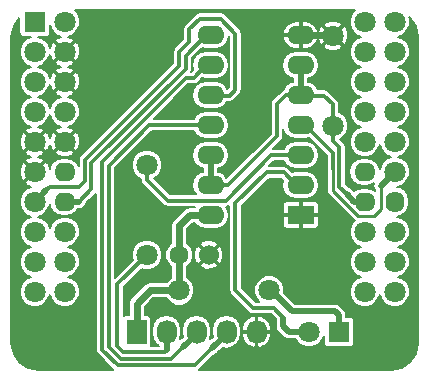
<source format=gbl>
G04 #@! TF.FileFunction,Copper,L2,Bot,Signal*
%FSLAX46Y46*%
G04 Gerber Fmt 4.6, Leading zero omitted, Abs format (unit mm)*
G04 Created by KiCad (PCBNEW (2015-08-16 BZR 6096)-product) date 16/08/2015 20:52:47*
%MOMM*%
G01*
G04 APERTURE LIST*
%ADD10C,0.200000*%
%ADD11O,1.727200X2.032000*%
%ADD12R,1.727200X2.032000*%
%ADD13R,1.800000X1.800000*%
%ADD14C,1.800000*%
%ADD15O,1.800000X1.600000*%
%ADD16O,1.600000X1.800000*%
%ADD17R,2.286000X1.574800*%
%ADD18O,2.286000X1.574800*%
%ADD19C,1.600000*%
%ADD20C,1.700000*%
%ADD21C,0.600000*%
%ADD22C,0.500000*%
%ADD23C,0.300000*%
%ADD24C,0.250000*%
%ADD25C,0.350000*%
%ADD26C,0.400000*%
G04 APERTURE END LIST*
D10*
D11*
X183790000Y-135500000D03*
X181250000Y-135500000D03*
X178710000Y-135500000D03*
X176170000Y-135500000D03*
D12*
X173630000Y-135500000D03*
D13*
X165000000Y-109250000D03*
D14*
X167540000Y-109250000D03*
X165000000Y-111790000D03*
X167540000Y-111790000D03*
X165000000Y-114330000D03*
X167540000Y-114330000D03*
X165000000Y-116870000D03*
X167540000Y-116870000D03*
X165000000Y-119410000D03*
X167540000Y-119410000D03*
X165000000Y-121950000D03*
D15*
X167540000Y-121950000D03*
D14*
X165000000Y-124490000D03*
D15*
X167540000Y-124490000D03*
D14*
X165000000Y-127030000D03*
X167540000Y-127030000D03*
X165000000Y-129570000D03*
X167540000Y-129570000D03*
X165000000Y-132110000D03*
X167540000Y-132110000D03*
X195480000Y-132110000D03*
X192940000Y-132110000D03*
X195480000Y-129570000D03*
X192940000Y-129570000D03*
X195480000Y-127030000D03*
X192940000Y-127030000D03*
D16*
X195480000Y-124490000D03*
D15*
X192940000Y-124490000D03*
D14*
X195480000Y-121950000D03*
D15*
X192940000Y-121950000D03*
D14*
X195480000Y-119410000D03*
X192940000Y-119410000D03*
X195480000Y-116870000D03*
X192940000Y-116870000D03*
X195480000Y-114330000D03*
X192940000Y-114330000D03*
X195480000Y-111790000D03*
X192940000Y-111790000D03*
X195480000Y-109250000D03*
X192940000Y-109250000D03*
D17*
X187521746Y-125636521D03*
D18*
X187521746Y-123096521D03*
X187521746Y-120556521D03*
X187521746Y-118016521D03*
X187521746Y-115476521D03*
X187521746Y-112936521D03*
X187521746Y-110396521D03*
X179901746Y-110396521D03*
X179901746Y-112936521D03*
X179901746Y-115476521D03*
X179901746Y-118016521D03*
X179901746Y-120556521D03*
X179901746Y-123096521D03*
X179901746Y-125636521D03*
D13*
X190770000Y-135500000D03*
D14*
X188230000Y-135500000D03*
D19*
X177250000Y-129000000D03*
D20*
X179750000Y-129000000D03*
D14*
X174500000Y-121380000D03*
X174500000Y-129000000D03*
X177250000Y-132000000D03*
X184870000Y-132000000D03*
X190250000Y-118060000D03*
X190250000Y-110440000D03*
D21*
X174750000Y-132000000D02*
X173630000Y-133120000D01*
X173630000Y-133120000D02*
X173630000Y-135500000D01*
X177250000Y-132000000D02*
X174750000Y-132000000D01*
X177250000Y-126500000D02*
X178113479Y-125636521D01*
X178113479Y-125636521D02*
X179901746Y-125636521D01*
X177250000Y-129000000D02*
X177250000Y-126500000D01*
X177250000Y-129000000D02*
X177250000Y-132000000D01*
D22*
X179901744Y-125636521D02*
X179546145Y-125636520D01*
X179961744Y-125696521D02*
X179901744Y-125636521D01*
D21*
X187521746Y-110396521D02*
X190206521Y-110396521D01*
X190206521Y-110396521D02*
X190250000Y-110440000D01*
D22*
X187166146Y-110396521D02*
X187521745Y-110396522D01*
X184870000Y-132000000D02*
X185000000Y-132000000D01*
X185000000Y-132000000D02*
X186750000Y-133750000D01*
X186750000Y-133750000D02*
X190420000Y-133750000D01*
X190420000Y-133750000D02*
X190770000Y-134100000D01*
X190770000Y-134100000D02*
X190770000Y-135500000D01*
D21*
X184870000Y-132000000D02*
X184520000Y-132000000D01*
D22*
X188230000Y-135500000D02*
X186500000Y-135500000D01*
X186500000Y-135500000D02*
X186050010Y-135050010D01*
X186050010Y-135050010D02*
X186050010Y-134300010D01*
D23*
X187166146Y-123096521D02*
X187521746Y-123096521D01*
X186050010Y-134300010D02*
X185250000Y-133500000D01*
X185250000Y-133500000D02*
X183520000Y-133500000D01*
X183520000Y-133500000D02*
X182000000Y-131980000D01*
X182000000Y-131980000D02*
X182000000Y-124639998D01*
X182000000Y-124639998D02*
X184630877Y-122009121D01*
X184630877Y-122009121D02*
X186078746Y-122009121D01*
X186078746Y-122009121D02*
X187166146Y-123096521D01*
D22*
X176170000Y-135500000D02*
X176170000Y-137080000D01*
D23*
X176170000Y-137080000D02*
X176000000Y-137250000D01*
X176000000Y-137250000D02*
X172500000Y-137250000D01*
X172500000Y-137250000D02*
X172000000Y-136750000D01*
X172000000Y-136750000D02*
X172000000Y-131500000D01*
X172000000Y-131500000D02*
X174500000Y-129000000D01*
X176562390Y-137800010D02*
X177591536Y-136770864D01*
D22*
X178710000Y-135652400D02*
X177591536Y-136770864D01*
X178710000Y-135500000D02*
X178710000Y-135652400D01*
D23*
X172272179Y-137800010D02*
X176562390Y-137800010D01*
X171250000Y-136777831D02*
X172272179Y-137800010D01*
X174689477Y-118016521D02*
X171250000Y-121455998D01*
X179901746Y-118016521D02*
X174689477Y-118016521D01*
X171250000Y-121455998D02*
X171250000Y-136777831D01*
X178552380Y-138350020D02*
X180013192Y-136889208D01*
D22*
X181250000Y-135500000D02*
X181250000Y-135652400D01*
X181250000Y-135652400D02*
X180013192Y-136889208D01*
D23*
X172044358Y-138350020D02*
X178552380Y-138350020D01*
X178458746Y-114023921D02*
X177781739Y-114023921D01*
X179546146Y-112936521D02*
X178458746Y-114023921D01*
X179901746Y-112936521D02*
X179546146Y-112936521D01*
X170699990Y-121105670D02*
X170699990Y-137005652D01*
X170699990Y-137005652D02*
X172044358Y-138350020D01*
X177781739Y-114023921D02*
X170699990Y-121105670D01*
D22*
X195480000Y-121950000D02*
X194304990Y-123125010D01*
D24*
X190250000Y-121690000D02*
X190250000Y-123561715D01*
X190250000Y-123561715D02*
X192353295Y-125665010D01*
X192353295Y-125665010D02*
X193734990Y-125665010D01*
X193734990Y-125665010D02*
X194304990Y-125095010D01*
X194304990Y-125095010D02*
X194304990Y-123125010D01*
D23*
X187521746Y-118016521D02*
X187877346Y-118016521D01*
X187877346Y-118016521D02*
X190250000Y-120389175D01*
X190250000Y-120389175D02*
X190250000Y-120417208D01*
X190250000Y-120417208D02*
X190250000Y-121690000D01*
X190250000Y-118060000D02*
X190250000Y-119332792D01*
X190250000Y-119332792D02*
X190800010Y-119882802D01*
X190800010Y-119882802D02*
X190800010Y-123227829D01*
X190800010Y-123227829D02*
X191425712Y-123853531D01*
D22*
X192940000Y-124490000D02*
X192062181Y-124490000D01*
X192062181Y-124490000D02*
X191425712Y-123853531D01*
D23*
X179901746Y-123096521D02*
X181344746Y-123096521D01*
X181344746Y-123096521D02*
X185500000Y-118941267D01*
X185500000Y-118941267D02*
X185500000Y-116250000D01*
X185500000Y-116250000D02*
X186273479Y-115476521D01*
X186273479Y-115476521D02*
X187521746Y-115476521D01*
X179901746Y-120556521D02*
X180257346Y-120556521D01*
X180257346Y-120556521D02*
X180313867Y-120500000D01*
X189500000Y-115500000D02*
X190250000Y-116250000D01*
X187900825Y-115500000D02*
X189500000Y-115500000D01*
X190250000Y-116250000D02*
X190250000Y-118060000D01*
D22*
X179941745Y-120516520D02*
X179901744Y-120556520D01*
X187521745Y-115476521D02*
X187521745Y-112936520D01*
X179901744Y-120556520D02*
X179901746Y-123096521D01*
D25*
X179894743Y-122977015D02*
X179894743Y-121195120D01*
D23*
X174500000Y-121380000D02*
X174500000Y-122652792D01*
X174500000Y-122652792D02*
X176247208Y-124400000D01*
X176247208Y-124400000D02*
X181200000Y-124400000D01*
X181200000Y-124400000D02*
X185043479Y-120556521D01*
X185043479Y-120556521D02*
X187521746Y-120556521D01*
D22*
X167540000Y-124490000D02*
X168740000Y-124490000D01*
D23*
X177800010Y-113227821D02*
X169800010Y-121227820D01*
X177800010Y-112142657D02*
X177800010Y-113227821D01*
X179901746Y-110396521D02*
X179546146Y-110396521D01*
X169800010Y-121227820D02*
X169800010Y-123429990D01*
X179546146Y-110396521D02*
X177800010Y-112142657D01*
X169800010Y-123429990D02*
X168740000Y-124490000D01*
D25*
X179546145Y-110396522D02*
X179901744Y-110396520D01*
D23*
X166265000Y-123225000D02*
X165968879Y-123521121D01*
D22*
X165000000Y-124490000D02*
X165968879Y-123521121D01*
D23*
X179901746Y-115476521D02*
X180257346Y-115476521D01*
X180257346Y-115476521D02*
X180280825Y-115500000D01*
X180280825Y-115500000D02*
X181500000Y-115500000D01*
X181500000Y-115500000D02*
X182000000Y-115000000D01*
X182000000Y-115000000D02*
X182000000Y-110250000D01*
X182000000Y-110250000D02*
X180750000Y-109000000D01*
X180750000Y-109000000D02*
X179000000Y-109000000D01*
X179000000Y-109000000D02*
X178096717Y-109903283D01*
X178096717Y-109903283D02*
X178096717Y-110938742D01*
X169250000Y-121000000D02*
X169250000Y-122725000D01*
X169250000Y-122725000D02*
X168750000Y-123225000D01*
X168750000Y-123225000D02*
X166265000Y-123225000D01*
X178096717Y-110938742D02*
X177250000Y-111785459D01*
X177250000Y-111785459D02*
X177250000Y-113000000D01*
X177250000Y-113000000D02*
X169250000Y-121000000D01*
D26*
X180257345Y-115476522D02*
X179901746Y-115476521D01*
D10*
G36*
X196808971Y-108941029D02*
X197286895Y-109656290D01*
X197470000Y-110576821D01*
X197470000Y-136423179D01*
X197286895Y-137343710D01*
X196808971Y-138058971D01*
X196093710Y-138536894D01*
X195173175Y-138720000D01*
X178931934Y-138720000D01*
X180162406Y-137489527D01*
X180254282Y-137471252D01*
X180458669Y-137334685D01*
X180933050Y-136860304D01*
X181250000Y-136923349D01*
X181725905Y-136828686D01*
X182129358Y-136559107D01*
X182398937Y-136155654D01*
X182493600Y-135679749D01*
X182493600Y-135575000D01*
X182546400Y-135575000D01*
X182546400Y-135727400D01*
X182669765Y-136197596D01*
X182963675Y-136584791D01*
X183383386Y-136830038D01*
X183521736Y-136866721D01*
X183715000Y-136798549D01*
X183715000Y-135575000D01*
X183865000Y-135575000D01*
X183865000Y-136798549D01*
X184058264Y-136866721D01*
X184196614Y-136830038D01*
X184616325Y-136584791D01*
X184910235Y-136197596D01*
X185033600Y-135727400D01*
X185033600Y-135575000D01*
X183865000Y-135575000D01*
X183715000Y-135575000D01*
X182546400Y-135575000D01*
X182493600Y-135575000D01*
X182493600Y-135320251D01*
X182484122Y-135272600D01*
X182546400Y-135272600D01*
X182546400Y-135425000D01*
X183715000Y-135425000D01*
X183715000Y-134201451D01*
X183865000Y-134201451D01*
X183865000Y-135425000D01*
X185033600Y-135425000D01*
X185033600Y-135272600D01*
X184910235Y-134802404D01*
X184616325Y-134415209D01*
X184196614Y-134169962D01*
X184058264Y-134133279D01*
X183865000Y-134201451D01*
X183715000Y-134201451D01*
X183521736Y-134133279D01*
X183383386Y-134169962D01*
X182963675Y-134415209D01*
X182669765Y-134802404D01*
X182546400Y-135272600D01*
X182484122Y-135272600D01*
X182398937Y-134844346D01*
X182129358Y-134440893D01*
X181725905Y-134171314D01*
X181250000Y-134076651D01*
X180774095Y-134171314D01*
X180370642Y-134440893D01*
X180101063Y-134844346D01*
X180006400Y-135320251D01*
X180006400Y-135679749D01*
X180060370Y-135951076D01*
X179859718Y-136151728D01*
X179953600Y-135679749D01*
X179953600Y-135320251D01*
X179858937Y-134844346D01*
X179589358Y-134440893D01*
X179185905Y-134171314D01*
X178710000Y-134076651D01*
X178234095Y-134171314D01*
X177830642Y-134440893D01*
X177561063Y-134844346D01*
X177466400Y-135320251D01*
X177466400Y-135679749D01*
X177520370Y-135951076D01*
X177319718Y-136151728D01*
X177413600Y-135679749D01*
X177413600Y-135320251D01*
X177318937Y-134844346D01*
X177049358Y-134440893D01*
X176645905Y-134171314D01*
X176170000Y-134076651D01*
X175694095Y-134171314D01*
X175290642Y-134440893D01*
X175021063Y-134844346D01*
X174926400Y-135320251D01*
X174926400Y-135679749D01*
X175021063Y-136155654D01*
X175290642Y-136559107D01*
X175531435Y-136720000D01*
X174814126Y-136720000D01*
X174850519Y-136666737D01*
X174881044Y-136516000D01*
X174881044Y-134484000D01*
X174854547Y-134343181D01*
X174771323Y-134213847D01*
X174644337Y-134127081D01*
X174493600Y-134096556D01*
X174310000Y-134096556D01*
X174310000Y-133401666D01*
X175031665Y-132680000D01*
X176146008Y-132680000D01*
X176164236Y-132724115D01*
X176523991Y-133084499D01*
X176994275Y-133279778D01*
X177503491Y-133280222D01*
X177974115Y-133085764D01*
X178334499Y-132726009D01*
X178529778Y-132255725D01*
X178530222Y-131746509D01*
X178335764Y-131275885D01*
X177976009Y-130915501D01*
X177930000Y-130896396D01*
X177930000Y-129988504D01*
X178047788Y-129870921D01*
X178985145Y-129870921D01*
X179074856Y-130056853D01*
X179530688Y-130234771D01*
X180019909Y-130224707D01*
X180425144Y-130056853D01*
X180514855Y-129870921D01*
X179750000Y-129106066D01*
X178985145Y-129870921D01*
X178047788Y-129870921D01*
X178249772Y-129669289D01*
X178429795Y-129235746D01*
X178430192Y-128780688D01*
X178515229Y-128780688D01*
X178525293Y-129269909D01*
X178693147Y-129675144D01*
X178879079Y-129764855D01*
X179643934Y-129000000D01*
X179856066Y-129000000D01*
X180620921Y-129764855D01*
X180806853Y-129675144D01*
X180984771Y-129219312D01*
X180974707Y-128730091D01*
X180806853Y-128324856D01*
X180620921Y-128235145D01*
X179856066Y-129000000D01*
X179643934Y-129000000D01*
X178879079Y-128235145D01*
X178693147Y-128324856D01*
X178515229Y-128780688D01*
X178430192Y-128780688D01*
X178430205Y-128766313D01*
X178250939Y-128332457D01*
X178047916Y-128129079D01*
X178985145Y-128129079D01*
X179750000Y-128893934D01*
X180514855Y-128129079D01*
X180425144Y-127943147D01*
X179969312Y-127765229D01*
X179480091Y-127775293D01*
X179074856Y-127943147D01*
X178985145Y-128129079D01*
X178047916Y-128129079D01*
X177930000Y-128010958D01*
X177930000Y-126781666D01*
X178395144Y-126316521D01*
X178593629Y-126316521D01*
X178690833Y-126461997D01*
X179069564Y-126715058D01*
X179516309Y-126803921D01*
X180287183Y-126803921D01*
X180733928Y-126715058D01*
X181112659Y-126461997D01*
X181365720Y-126083266D01*
X181454583Y-125636521D01*
X181365720Y-125189776D01*
X181192143Y-124930000D01*
X181199995Y-124930000D01*
X181200000Y-124930001D01*
X181402822Y-124889656D01*
X181470000Y-124844769D01*
X181470000Y-131979995D01*
X181469999Y-131980000D01*
X181510344Y-132182822D01*
X181625233Y-132354767D01*
X183145231Y-133874764D01*
X183145233Y-133874767D01*
X183317178Y-133989656D01*
X183520000Y-134030001D01*
X183520005Y-134030000D01*
X185030466Y-134030000D01*
X185420010Y-134419544D01*
X185420010Y-135050010D01*
X185467966Y-135291101D01*
X185557435Y-135425000D01*
X185604533Y-135495487D01*
X186054523Y-135945477D01*
X186258909Y-136082044D01*
X186500000Y-136130000D01*
X187105348Y-136130000D01*
X187144236Y-136224115D01*
X187503991Y-136584499D01*
X187974275Y-136779778D01*
X188483491Y-136780222D01*
X188954115Y-136585764D01*
X189314499Y-136226009D01*
X189482556Y-135821283D01*
X189482556Y-136400000D01*
X189509053Y-136540819D01*
X189592277Y-136670153D01*
X189719263Y-136756919D01*
X189870000Y-136787444D01*
X191670000Y-136787444D01*
X191810819Y-136760947D01*
X191940153Y-136677723D01*
X192026919Y-136550737D01*
X192057444Y-136400000D01*
X192057444Y-134600000D01*
X192030947Y-134459181D01*
X191947723Y-134329847D01*
X191820737Y-134243081D01*
X191670000Y-134212556D01*
X191400000Y-134212556D01*
X191400000Y-134100000D01*
X191395356Y-134076651D01*
X191352045Y-133858910D01*
X191215477Y-133654523D01*
X190865477Y-133304523D01*
X190829108Y-133280222D01*
X190661091Y-133167956D01*
X190420000Y-133120000D01*
X187010954Y-133120000D01*
X186148869Y-132257915D01*
X186149778Y-132255725D01*
X186150222Y-131746509D01*
X185955764Y-131275885D01*
X185596009Y-130915501D01*
X185125725Y-130720222D01*
X184616509Y-130719778D01*
X184145885Y-130914236D01*
X183785501Y-131273991D01*
X183590222Y-131744275D01*
X183589778Y-132253491D01*
X183784236Y-132724115D01*
X184029692Y-132970000D01*
X183739533Y-132970000D01*
X182530000Y-131760466D01*
X182530000Y-125806521D01*
X185998746Y-125806521D01*
X185998746Y-126499508D01*
X186056598Y-126639174D01*
X186163494Y-126746070D01*
X186303160Y-126803921D01*
X187351746Y-126803921D01*
X187446746Y-126708921D01*
X187446746Y-125711521D01*
X187596746Y-125711521D01*
X187596746Y-126708921D01*
X187691746Y-126803921D01*
X188740332Y-126803921D01*
X188879998Y-126746070D01*
X188986894Y-126639174D01*
X189044746Y-126499508D01*
X189044746Y-125806521D01*
X188949746Y-125711521D01*
X187596746Y-125711521D01*
X187446746Y-125711521D01*
X186093746Y-125711521D01*
X185998746Y-125806521D01*
X182530000Y-125806521D01*
X182530000Y-124859532D01*
X182615998Y-124773534D01*
X185998746Y-124773534D01*
X185998746Y-125466521D01*
X186093746Y-125561521D01*
X187446746Y-125561521D01*
X187446746Y-124564121D01*
X187596746Y-124564121D01*
X187596746Y-125561521D01*
X188949746Y-125561521D01*
X189044746Y-125466521D01*
X189044746Y-124773534D01*
X188986894Y-124633868D01*
X188879998Y-124526972D01*
X188740332Y-124469121D01*
X187691746Y-124469121D01*
X187596746Y-124564121D01*
X187446746Y-124564121D01*
X187351746Y-124469121D01*
X186303160Y-124469121D01*
X186163494Y-124526972D01*
X186056598Y-124633868D01*
X185998746Y-124773534D01*
X182615998Y-124773534D01*
X184850411Y-122539121D01*
X185859212Y-122539121D01*
X186043188Y-122723096D01*
X185968909Y-123096521D01*
X186057772Y-123543266D01*
X186310833Y-123921997D01*
X186689564Y-124175058D01*
X187136309Y-124263921D01*
X187907183Y-124263921D01*
X188353928Y-124175058D01*
X188732659Y-123921997D01*
X188985720Y-123543266D01*
X189074583Y-123096521D01*
X188985720Y-122649776D01*
X188732659Y-122271045D01*
X188353928Y-122017984D01*
X187907183Y-121929121D01*
X187136309Y-121929121D01*
X186812658Y-121993499D01*
X186453513Y-121634354D01*
X186281568Y-121519465D01*
X186078746Y-121479120D01*
X186078741Y-121479121D01*
X184870413Y-121479121D01*
X185263013Y-121086521D01*
X186113401Y-121086521D01*
X186310833Y-121381997D01*
X186689564Y-121635058D01*
X187136309Y-121723921D01*
X187907183Y-121723921D01*
X188353928Y-121635058D01*
X188732659Y-121381997D01*
X188985720Y-121003266D01*
X189074583Y-120556521D01*
X188985720Y-120109776D01*
X188732659Y-119731045D01*
X188353928Y-119477984D01*
X187907183Y-119389121D01*
X187136309Y-119389121D01*
X186689564Y-119477984D01*
X186310833Y-119731045D01*
X186113401Y-120026521D01*
X185164279Y-120026521D01*
X185874764Y-119316036D01*
X185874767Y-119316034D01*
X185989656Y-119144089D01*
X185992041Y-119132101D01*
X186030001Y-118941267D01*
X186030000Y-118941262D01*
X186030000Y-118323647D01*
X186057772Y-118463266D01*
X186310833Y-118841997D01*
X186689564Y-119095058D01*
X187136309Y-119183921D01*
X187907183Y-119183921D01*
X188230834Y-119119543D01*
X189720000Y-120608708D01*
X189720000Y-121690000D01*
X189745000Y-121815683D01*
X189745000Y-123561715D01*
X189783441Y-123754970D01*
X189892911Y-123918804D01*
X191996206Y-126022099D01*
X192081078Y-126078808D01*
X191855501Y-126303991D01*
X191660222Y-126774275D01*
X191659778Y-127283491D01*
X191854236Y-127754115D01*
X192213991Y-128114499D01*
X192661247Y-128300216D01*
X192215885Y-128484236D01*
X191855501Y-128843991D01*
X191660222Y-129314275D01*
X191659778Y-129823491D01*
X191854236Y-130294115D01*
X192213991Y-130654499D01*
X192661247Y-130840216D01*
X192215885Y-131024236D01*
X191855501Y-131383991D01*
X191660222Y-131854275D01*
X191659778Y-132363491D01*
X191854236Y-132834115D01*
X192213991Y-133194499D01*
X192684275Y-133389778D01*
X193193491Y-133390222D01*
X193664115Y-133195764D01*
X194024499Y-132836009D01*
X194210216Y-132388753D01*
X194394236Y-132834115D01*
X194753991Y-133194499D01*
X195224275Y-133389778D01*
X195733491Y-133390222D01*
X196204115Y-133195764D01*
X196564499Y-132836009D01*
X196759778Y-132365725D01*
X196760222Y-131856509D01*
X196565764Y-131385885D01*
X196206009Y-131025501D01*
X195758753Y-130839784D01*
X196204115Y-130655764D01*
X196564499Y-130296009D01*
X196759778Y-129825725D01*
X196760222Y-129316509D01*
X196565764Y-128845885D01*
X196206009Y-128485501D01*
X195758753Y-128299784D01*
X196204115Y-128115764D01*
X196564499Y-127756009D01*
X196759778Y-127285725D01*
X196760222Y-126776509D01*
X196565764Y-126305885D01*
X196206009Y-125945501D01*
X195735725Y-125750222D01*
X195705633Y-125750196D01*
X195931566Y-125705255D01*
X196314386Y-125449463D01*
X196570178Y-125066643D01*
X196660000Y-124615077D01*
X196660000Y-124364923D01*
X196570178Y-123913357D01*
X196314386Y-123530537D01*
X195931566Y-123274745D01*
X195707620Y-123230199D01*
X195733491Y-123230222D01*
X196204115Y-123035764D01*
X196564499Y-122676009D01*
X196759778Y-122205725D01*
X196760222Y-121696509D01*
X196565764Y-121225885D01*
X196206009Y-120865501D01*
X195758753Y-120679784D01*
X196204115Y-120495764D01*
X196564499Y-120136009D01*
X196759778Y-119665725D01*
X196760222Y-119156509D01*
X196565764Y-118685885D01*
X196206009Y-118325501D01*
X195758753Y-118139784D01*
X196204115Y-117955764D01*
X196564499Y-117596009D01*
X196759778Y-117125725D01*
X196760222Y-116616509D01*
X196565764Y-116145885D01*
X196206009Y-115785501D01*
X195758753Y-115599784D01*
X196204115Y-115415764D01*
X196564499Y-115056009D01*
X196759778Y-114585725D01*
X196760222Y-114076509D01*
X196565764Y-113605885D01*
X196206009Y-113245501D01*
X195758753Y-113059784D01*
X196204115Y-112875764D01*
X196564499Y-112516009D01*
X196759778Y-112045725D01*
X196760222Y-111536509D01*
X196565764Y-111065885D01*
X196206009Y-110705501D01*
X195758753Y-110519784D01*
X196204115Y-110335764D01*
X196564499Y-109976009D01*
X196759778Y-109505725D01*
X196760222Y-108996509D01*
X196709963Y-108874873D01*
X196808971Y-108941029D01*
X196808971Y-108941029D01*
G37*
X196808971Y-108941029D02*
X197286895Y-109656290D01*
X197470000Y-110576821D01*
X197470000Y-136423179D01*
X197286895Y-137343710D01*
X196808971Y-138058971D01*
X196093710Y-138536894D01*
X195173175Y-138720000D01*
X178931934Y-138720000D01*
X180162406Y-137489527D01*
X180254282Y-137471252D01*
X180458669Y-137334685D01*
X180933050Y-136860304D01*
X181250000Y-136923349D01*
X181725905Y-136828686D01*
X182129358Y-136559107D01*
X182398937Y-136155654D01*
X182493600Y-135679749D01*
X182493600Y-135575000D01*
X182546400Y-135575000D01*
X182546400Y-135727400D01*
X182669765Y-136197596D01*
X182963675Y-136584791D01*
X183383386Y-136830038D01*
X183521736Y-136866721D01*
X183715000Y-136798549D01*
X183715000Y-135575000D01*
X183865000Y-135575000D01*
X183865000Y-136798549D01*
X184058264Y-136866721D01*
X184196614Y-136830038D01*
X184616325Y-136584791D01*
X184910235Y-136197596D01*
X185033600Y-135727400D01*
X185033600Y-135575000D01*
X183865000Y-135575000D01*
X183715000Y-135575000D01*
X182546400Y-135575000D01*
X182493600Y-135575000D01*
X182493600Y-135320251D01*
X182484122Y-135272600D01*
X182546400Y-135272600D01*
X182546400Y-135425000D01*
X183715000Y-135425000D01*
X183715000Y-134201451D01*
X183865000Y-134201451D01*
X183865000Y-135425000D01*
X185033600Y-135425000D01*
X185033600Y-135272600D01*
X184910235Y-134802404D01*
X184616325Y-134415209D01*
X184196614Y-134169962D01*
X184058264Y-134133279D01*
X183865000Y-134201451D01*
X183715000Y-134201451D01*
X183521736Y-134133279D01*
X183383386Y-134169962D01*
X182963675Y-134415209D01*
X182669765Y-134802404D01*
X182546400Y-135272600D01*
X182484122Y-135272600D01*
X182398937Y-134844346D01*
X182129358Y-134440893D01*
X181725905Y-134171314D01*
X181250000Y-134076651D01*
X180774095Y-134171314D01*
X180370642Y-134440893D01*
X180101063Y-134844346D01*
X180006400Y-135320251D01*
X180006400Y-135679749D01*
X180060370Y-135951076D01*
X179859718Y-136151728D01*
X179953600Y-135679749D01*
X179953600Y-135320251D01*
X179858937Y-134844346D01*
X179589358Y-134440893D01*
X179185905Y-134171314D01*
X178710000Y-134076651D01*
X178234095Y-134171314D01*
X177830642Y-134440893D01*
X177561063Y-134844346D01*
X177466400Y-135320251D01*
X177466400Y-135679749D01*
X177520370Y-135951076D01*
X177319718Y-136151728D01*
X177413600Y-135679749D01*
X177413600Y-135320251D01*
X177318937Y-134844346D01*
X177049358Y-134440893D01*
X176645905Y-134171314D01*
X176170000Y-134076651D01*
X175694095Y-134171314D01*
X175290642Y-134440893D01*
X175021063Y-134844346D01*
X174926400Y-135320251D01*
X174926400Y-135679749D01*
X175021063Y-136155654D01*
X175290642Y-136559107D01*
X175531435Y-136720000D01*
X174814126Y-136720000D01*
X174850519Y-136666737D01*
X174881044Y-136516000D01*
X174881044Y-134484000D01*
X174854547Y-134343181D01*
X174771323Y-134213847D01*
X174644337Y-134127081D01*
X174493600Y-134096556D01*
X174310000Y-134096556D01*
X174310000Y-133401666D01*
X175031665Y-132680000D01*
X176146008Y-132680000D01*
X176164236Y-132724115D01*
X176523991Y-133084499D01*
X176994275Y-133279778D01*
X177503491Y-133280222D01*
X177974115Y-133085764D01*
X178334499Y-132726009D01*
X178529778Y-132255725D01*
X178530222Y-131746509D01*
X178335764Y-131275885D01*
X177976009Y-130915501D01*
X177930000Y-130896396D01*
X177930000Y-129988504D01*
X178047788Y-129870921D01*
X178985145Y-129870921D01*
X179074856Y-130056853D01*
X179530688Y-130234771D01*
X180019909Y-130224707D01*
X180425144Y-130056853D01*
X180514855Y-129870921D01*
X179750000Y-129106066D01*
X178985145Y-129870921D01*
X178047788Y-129870921D01*
X178249772Y-129669289D01*
X178429795Y-129235746D01*
X178430192Y-128780688D01*
X178515229Y-128780688D01*
X178525293Y-129269909D01*
X178693147Y-129675144D01*
X178879079Y-129764855D01*
X179643934Y-129000000D01*
X179856066Y-129000000D01*
X180620921Y-129764855D01*
X180806853Y-129675144D01*
X180984771Y-129219312D01*
X180974707Y-128730091D01*
X180806853Y-128324856D01*
X180620921Y-128235145D01*
X179856066Y-129000000D01*
X179643934Y-129000000D01*
X178879079Y-128235145D01*
X178693147Y-128324856D01*
X178515229Y-128780688D01*
X178430192Y-128780688D01*
X178430205Y-128766313D01*
X178250939Y-128332457D01*
X178047916Y-128129079D01*
X178985145Y-128129079D01*
X179750000Y-128893934D01*
X180514855Y-128129079D01*
X180425144Y-127943147D01*
X179969312Y-127765229D01*
X179480091Y-127775293D01*
X179074856Y-127943147D01*
X178985145Y-128129079D01*
X178047916Y-128129079D01*
X177930000Y-128010958D01*
X177930000Y-126781666D01*
X178395144Y-126316521D01*
X178593629Y-126316521D01*
X178690833Y-126461997D01*
X179069564Y-126715058D01*
X179516309Y-126803921D01*
X180287183Y-126803921D01*
X180733928Y-126715058D01*
X181112659Y-126461997D01*
X181365720Y-126083266D01*
X181454583Y-125636521D01*
X181365720Y-125189776D01*
X181192143Y-124930000D01*
X181199995Y-124930000D01*
X181200000Y-124930001D01*
X181402822Y-124889656D01*
X181470000Y-124844769D01*
X181470000Y-131979995D01*
X181469999Y-131980000D01*
X181510344Y-132182822D01*
X181625233Y-132354767D01*
X183145231Y-133874764D01*
X183145233Y-133874767D01*
X183317178Y-133989656D01*
X183520000Y-134030001D01*
X183520005Y-134030000D01*
X185030466Y-134030000D01*
X185420010Y-134419544D01*
X185420010Y-135050010D01*
X185467966Y-135291101D01*
X185557435Y-135425000D01*
X185604533Y-135495487D01*
X186054523Y-135945477D01*
X186258909Y-136082044D01*
X186500000Y-136130000D01*
X187105348Y-136130000D01*
X187144236Y-136224115D01*
X187503991Y-136584499D01*
X187974275Y-136779778D01*
X188483491Y-136780222D01*
X188954115Y-136585764D01*
X189314499Y-136226009D01*
X189482556Y-135821283D01*
X189482556Y-136400000D01*
X189509053Y-136540819D01*
X189592277Y-136670153D01*
X189719263Y-136756919D01*
X189870000Y-136787444D01*
X191670000Y-136787444D01*
X191810819Y-136760947D01*
X191940153Y-136677723D01*
X192026919Y-136550737D01*
X192057444Y-136400000D01*
X192057444Y-134600000D01*
X192030947Y-134459181D01*
X191947723Y-134329847D01*
X191820737Y-134243081D01*
X191670000Y-134212556D01*
X191400000Y-134212556D01*
X191400000Y-134100000D01*
X191395356Y-134076651D01*
X191352045Y-133858910D01*
X191215477Y-133654523D01*
X190865477Y-133304523D01*
X190829108Y-133280222D01*
X190661091Y-133167956D01*
X190420000Y-133120000D01*
X187010954Y-133120000D01*
X186148869Y-132257915D01*
X186149778Y-132255725D01*
X186150222Y-131746509D01*
X185955764Y-131275885D01*
X185596009Y-130915501D01*
X185125725Y-130720222D01*
X184616509Y-130719778D01*
X184145885Y-130914236D01*
X183785501Y-131273991D01*
X183590222Y-131744275D01*
X183589778Y-132253491D01*
X183784236Y-132724115D01*
X184029692Y-132970000D01*
X183739533Y-132970000D01*
X182530000Y-131760466D01*
X182530000Y-125806521D01*
X185998746Y-125806521D01*
X185998746Y-126499508D01*
X186056598Y-126639174D01*
X186163494Y-126746070D01*
X186303160Y-126803921D01*
X187351746Y-126803921D01*
X187446746Y-126708921D01*
X187446746Y-125711521D01*
X187596746Y-125711521D01*
X187596746Y-126708921D01*
X187691746Y-126803921D01*
X188740332Y-126803921D01*
X188879998Y-126746070D01*
X188986894Y-126639174D01*
X189044746Y-126499508D01*
X189044746Y-125806521D01*
X188949746Y-125711521D01*
X187596746Y-125711521D01*
X187446746Y-125711521D01*
X186093746Y-125711521D01*
X185998746Y-125806521D01*
X182530000Y-125806521D01*
X182530000Y-124859532D01*
X182615998Y-124773534D01*
X185998746Y-124773534D01*
X185998746Y-125466521D01*
X186093746Y-125561521D01*
X187446746Y-125561521D01*
X187446746Y-124564121D01*
X187596746Y-124564121D01*
X187596746Y-125561521D01*
X188949746Y-125561521D01*
X189044746Y-125466521D01*
X189044746Y-124773534D01*
X188986894Y-124633868D01*
X188879998Y-124526972D01*
X188740332Y-124469121D01*
X187691746Y-124469121D01*
X187596746Y-124564121D01*
X187446746Y-124564121D01*
X187351746Y-124469121D01*
X186303160Y-124469121D01*
X186163494Y-124526972D01*
X186056598Y-124633868D01*
X185998746Y-124773534D01*
X182615998Y-124773534D01*
X184850411Y-122539121D01*
X185859212Y-122539121D01*
X186043188Y-122723096D01*
X185968909Y-123096521D01*
X186057772Y-123543266D01*
X186310833Y-123921997D01*
X186689564Y-124175058D01*
X187136309Y-124263921D01*
X187907183Y-124263921D01*
X188353928Y-124175058D01*
X188732659Y-123921997D01*
X188985720Y-123543266D01*
X189074583Y-123096521D01*
X188985720Y-122649776D01*
X188732659Y-122271045D01*
X188353928Y-122017984D01*
X187907183Y-121929121D01*
X187136309Y-121929121D01*
X186812658Y-121993499D01*
X186453513Y-121634354D01*
X186281568Y-121519465D01*
X186078746Y-121479120D01*
X186078741Y-121479121D01*
X184870413Y-121479121D01*
X185263013Y-121086521D01*
X186113401Y-121086521D01*
X186310833Y-121381997D01*
X186689564Y-121635058D01*
X187136309Y-121723921D01*
X187907183Y-121723921D01*
X188353928Y-121635058D01*
X188732659Y-121381997D01*
X188985720Y-121003266D01*
X189074583Y-120556521D01*
X188985720Y-120109776D01*
X188732659Y-119731045D01*
X188353928Y-119477984D01*
X187907183Y-119389121D01*
X187136309Y-119389121D01*
X186689564Y-119477984D01*
X186310833Y-119731045D01*
X186113401Y-120026521D01*
X185164279Y-120026521D01*
X185874764Y-119316036D01*
X185874767Y-119316034D01*
X185989656Y-119144089D01*
X185992041Y-119132101D01*
X186030001Y-118941267D01*
X186030000Y-118941262D01*
X186030000Y-118323647D01*
X186057772Y-118463266D01*
X186310833Y-118841997D01*
X186689564Y-119095058D01*
X187136309Y-119183921D01*
X187907183Y-119183921D01*
X188230834Y-119119543D01*
X189720000Y-120608708D01*
X189720000Y-121690000D01*
X189745000Y-121815683D01*
X189745000Y-123561715D01*
X189783441Y-123754970D01*
X189892911Y-123918804D01*
X191996206Y-126022099D01*
X192081078Y-126078808D01*
X191855501Y-126303991D01*
X191660222Y-126774275D01*
X191659778Y-127283491D01*
X191854236Y-127754115D01*
X192213991Y-128114499D01*
X192661247Y-128300216D01*
X192215885Y-128484236D01*
X191855501Y-128843991D01*
X191660222Y-129314275D01*
X191659778Y-129823491D01*
X191854236Y-130294115D01*
X192213991Y-130654499D01*
X192661247Y-130840216D01*
X192215885Y-131024236D01*
X191855501Y-131383991D01*
X191660222Y-131854275D01*
X191659778Y-132363491D01*
X191854236Y-132834115D01*
X192213991Y-133194499D01*
X192684275Y-133389778D01*
X193193491Y-133390222D01*
X193664115Y-133195764D01*
X194024499Y-132836009D01*
X194210216Y-132388753D01*
X194394236Y-132834115D01*
X194753991Y-133194499D01*
X195224275Y-133389778D01*
X195733491Y-133390222D01*
X196204115Y-133195764D01*
X196564499Y-132836009D01*
X196759778Y-132365725D01*
X196760222Y-131856509D01*
X196565764Y-131385885D01*
X196206009Y-131025501D01*
X195758753Y-130839784D01*
X196204115Y-130655764D01*
X196564499Y-130296009D01*
X196759778Y-129825725D01*
X196760222Y-129316509D01*
X196565764Y-128845885D01*
X196206009Y-128485501D01*
X195758753Y-128299784D01*
X196204115Y-128115764D01*
X196564499Y-127756009D01*
X196759778Y-127285725D01*
X196760222Y-126776509D01*
X196565764Y-126305885D01*
X196206009Y-125945501D01*
X195735725Y-125750222D01*
X195705633Y-125750196D01*
X195931566Y-125705255D01*
X196314386Y-125449463D01*
X196570178Y-125066643D01*
X196660000Y-124615077D01*
X196660000Y-124364923D01*
X196570178Y-123913357D01*
X196314386Y-123530537D01*
X195931566Y-123274745D01*
X195707620Y-123230199D01*
X195733491Y-123230222D01*
X196204115Y-123035764D01*
X196564499Y-122676009D01*
X196759778Y-122205725D01*
X196760222Y-121696509D01*
X196565764Y-121225885D01*
X196206009Y-120865501D01*
X195758753Y-120679784D01*
X196204115Y-120495764D01*
X196564499Y-120136009D01*
X196759778Y-119665725D01*
X196760222Y-119156509D01*
X196565764Y-118685885D01*
X196206009Y-118325501D01*
X195758753Y-118139784D01*
X196204115Y-117955764D01*
X196564499Y-117596009D01*
X196759778Y-117125725D01*
X196760222Y-116616509D01*
X196565764Y-116145885D01*
X196206009Y-115785501D01*
X195758753Y-115599784D01*
X196204115Y-115415764D01*
X196564499Y-115056009D01*
X196759778Y-114585725D01*
X196760222Y-114076509D01*
X196565764Y-113605885D01*
X196206009Y-113245501D01*
X195758753Y-113059784D01*
X196204115Y-112875764D01*
X196564499Y-112516009D01*
X196759778Y-112045725D01*
X196760222Y-111536509D01*
X196565764Y-111065885D01*
X196206009Y-110705501D01*
X195758753Y-110519784D01*
X196204115Y-110335764D01*
X196564499Y-109976009D01*
X196759778Y-109505725D01*
X196760222Y-108996509D01*
X196709963Y-108874873D01*
X196808971Y-108941029D01*
G36*
X191855501Y-108523991D02*
X191660222Y-108994275D01*
X191659778Y-109503491D01*
X191854236Y-109974115D01*
X192213991Y-110334499D01*
X192661247Y-110520216D01*
X192215885Y-110704236D01*
X191855501Y-111063991D01*
X191660222Y-111534275D01*
X191659778Y-112043491D01*
X191854236Y-112514115D01*
X192213991Y-112874499D01*
X192661247Y-113060216D01*
X192215885Y-113244236D01*
X191855501Y-113603991D01*
X191660222Y-114074275D01*
X191659778Y-114583491D01*
X191854236Y-115054115D01*
X192213991Y-115414499D01*
X192661247Y-115600216D01*
X192215885Y-115784236D01*
X191855501Y-116143991D01*
X191660222Y-116614275D01*
X191659778Y-117123491D01*
X191854236Y-117594115D01*
X192213991Y-117954499D01*
X192661247Y-118140216D01*
X192215885Y-118324236D01*
X191855501Y-118683991D01*
X191660222Y-119154275D01*
X191659778Y-119663491D01*
X191854236Y-120134115D01*
X192213991Y-120494499D01*
X192684275Y-120689778D01*
X193193491Y-120690222D01*
X193664115Y-120495764D01*
X194024499Y-120136009D01*
X194210216Y-119688753D01*
X194394236Y-120134115D01*
X194753991Y-120494499D01*
X195201247Y-120680216D01*
X194755885Y-120864236D01*
X194395501Y-121223991D01*
X194200222Y-121694275D01*
X194200196Y-121724367D01*
X194155255Y-121498434D01*
X193899463Y-121115614D01*
X193516643Y-120859822D01*
X193065077Y-120770000D01*
X192814923Y-120770000D01*
X192363357Y-120859822D01*
X191980537Y-121115614D01*
X191724745Y-121498434D01*
X191634923Y-121950000D01*
X191724745Y-122401566D01*
X191980537Y-122784386D01*
X192363357Y-123040178D01*
X192814923Y-123130000D01*
X193065077Y-123130000D01*
X193516643Y-123040178D01*
X193718723Y-122905153D01*
X193674990Y-123125010D01*
X193722946Y-123366100D01*
X193799990Y-123481405D01*
X193799990Y-123589148D01*
X193516643Y-123399822D01*
X193065077Y-123310000D01*
X192814923Y-123310000D01*
X192363357Y-123399822D01*
X192063389Y-123600254D01*
X191871189Y-123408054D01*
X191666802Y-123271487D01*
X191574926Y-123253212D01*
X191330010Y-123008295D01*
X191330010Y-119882807D01*
X191330011Y-119882802D01*
X191289666Y-119679980D01*
X191278648Y-119663491D01*
X191174777Y-119508035D01*
X191174774Y-119508033D01*
X190859757Y-119193016D01*
X190974115Y-119145764D01*
X191334499Y-118786009D01*
X191529778Y-118315725D01*
X191530222Y-117806509D01*
X191335764Y-117335885D01*
X190976009Y-116975501D01*
X190780000Y-116894111D01*
X190780000Y-116250000D01*
X190739656Y-116047178D01*
X190624767Y-115875233D01*
X190624764Y-115875231D01*
X189874767Y-115125233D01*
X189702822Y-115010344D01*
X189500000Y-114969999D01*
X189499995Y-114970000D01*
X188945779Y-114970000D01*
X188732659Y-114651045D01*
X188353928Y-114397984D01*
X188151745Y-114357767D01*
X188151745Y-114055275D01*
X188353928Y-114015058D01*
X188732659Y-113761997D01*
X188985720Y-113383266D01*
X189074583Y-112936521D01*
X188985720Y-112489776D01*
X188732659Y-112111045D01*
X188353928Y-111857984D01*
X187907183Y-111769121D01*
X187136309Y-111769121D01*
X186689564Y-111857984D01*
X186310833Y-112111045D01*
X186057772Y-112489776D01*
X185968909Y-112936521D01*
X186057772Y-113383266D01*
X186310833Y-113761997D01*
X186689564Y-114015058D01*
X186891745Y-114055274D01*
X186891745Y-114357768D01*
X186689564Y-114397984D01*
X186310833Y-114651045D01*
X186088864Y-114983243D01*
X186070656Y-114986865D01*
X186006436Y-115029776D01*
X185898712Y-115101754D01*
X185898710Y-115101757D01*
X185125233Y-115875233D01*
X185010344Y-116047178D01*
X184969999Y-116250000D01*
X184970000Y-116250005D01*
X184970000Y-118721734D01*
X181236038Y-122455695D01*
X181112659Y-122271045D01*
X180733928Y-122017984D01*
X180531745Y-121977767D01*
X180531745Y-121675275D01*
X180733928Y-121635058D01*
X181112659Y-121381997D01*
X181365720Y-121003266D01*
X181454583Y-120556521D01*
X181365720Y-120109776D01*
X181112659Y-119731045D01*
X180733928Y-119477984D01*
X180287183Y-119389121D01*
X179516309Y-119389121D01*
X179069564Y-119477984D01*
X178690833Y-119731045D01*
X178437772Y-120109776D01*
X178348909Y-120556521D01*
X178437772Y-121003266D01*
X178690833Y-121381997D01*
X179069564Y-121635058D01*
X179271745Y-121675274D01*
X179271745Y-121977768D01*
X179069564Y-122017984D01*
X178690833Y-122271045D01*
X178437772Y-122649776D01*
X178348909Y-123096521D01*
X178437772Y-123543266D01*
X178656090Y-123870000D01*
X176466741Y-123870000D01*
X175109757Y-122513016D01*
X175224115Y-122465764D01*
X175584499Y-122106009D01*
X175779778Y-121635725D01*
X175780222Y-121126509D01*
X175585764Y-120655885D01*
X175226009Y-120295501D01*
X174755725Y-120100222D01*
X174246509Y-120099778D01*
X173775885Y-120294236D01*
X173415501Y-120653991D01*
X173220222Y-121124275D01*
X173219778Y-121633491D01*
X173414236Y-122104115D01*
X173773991Y-122464499D01*
X173970000Y-122545889D01*
X173970000Y-122652787D01*
X173969999Y-122652792D01*
X174010344Y-122855614D01*
X174125233Y-123027559D01*
X175872439Y-124774764D01*
X175872441Y-124774767D01*
X176044386Y-124889656D01*
X176247208Y-124930000D01*
X178611349Y-124930000D01*
X178593629Y-124956521D01*
X178113484Y-124956521D01*
X178113479Y-124956520D01*
X177896429Y-124999695D01*
X177853254Y-125008283D01*
X177632646Y-125155688D01*
X177632644Y-125155691D01*
X176769167Y-126019167D01*
X176621762Y-126239775D01*
X176621762Y-126239776D01*
X176569999Y-126500000D01*
X176570000Y-126500005D01*
X176570000Y-128011496D01*
X176250228Y-128330711D01*
X176070205Y-128764254D01*
X176069795Y-129233687D01*
X176249061Y-129667543D01*
X176570000Y-129989042D01*
X176570000Y-130896008D01*
X176525885Y-130914236D01*
X176165501Y-131273991D01*
X176146396Y-131320000D01*
X174750000Y-131320000D01*
X174489775Y-131371762D01*
X174269167Y-131519167D01*
X174269165Y-131519170D01*
X173149167Y-132639167D01*
X173001762Y-132859775D01*
X173001762Y-132859776D01*
X172949999Y-133120000D01*
X172950000Y-133120005D01*
X172950000Y-134096556D01*
X172766400Y-134096556D01*
X172625581Y-134123053D01*
X172530000Y-134184558D01*
X172530000Y-131719534D01*
X174050301Y-130199233D01*
X174244275Y-130279778D01*
X174753491Y-130280222D01*
X175224115Y-130085764D01*
X175584499Y-129726009D01*
X175779778Y-129255725D01*
X175780222Y-128746509D01*
X175585764Y-128275885D01*
X175226009Y-127915501D01*
X174755725Y-127720222D01*
X174246509Y-127719778D01*
X173775885Y-127914236D01*
X173415501Y-128273991D01*
X173220222Y-128744275D01*
X173219778Y-129253491D01*
X173300825Y-129449641D01*
X171780000Y-130970466D01*
X171780000Y-121675532D01*
X174909011Y-118546521D01*
X178493401Y-118546521D01*
X178690833Y-118841997D01*
X179069564Y-119095058D01*
X179516309Y-119183921D01*
X180287183Y-119183921D01*
X180733928Y-119095058D01*
X181112659Y-118841997D01*
X181365720Y-118463266D01*
X181454583Y-118016521D01*
X181365720Y-117569776D01*
X181112659Y-117191045D01*
X180733928Y-116937984D01*
X180287183Y-116849121D01*
X179516309Y-116849121D01*
X179069564Y-116937984D01*
X178690833Y-117191045D01*
X178493401Y-117486521D01*
X175068672Y-117486521D01*
X178001272Y-114553921D01*
X178458741Y-114553921D01*
X178458746Y-114553922D01*
X178661568Y-114513577D01*
X178833513Y-114398688D01*
X179192658Y-114039543D01*
X179516309Y-114103921D01*
X180287183Y-114103921D01*
X180733928Y-114015058D01*
X181112659Y-113761997D01*
X181365720Y-113383266D01*
X181454583Y-112936521D01*
X181365720Y-112489776D01*
X181112659Y-112111045D01*
X180733928Y-111857984D01*
X180287183Y-111769121D01*
X179516309Y-111769121D01*
X179069564Y-111857984D01*
X178690833Y-112111045D01*
X178437772Y-112489776D01*
X178348909Y-112936521D01*
X178423188Y-113309946D01*
X178263843Y-113469290D01*
X178289666Y-113430643D01*
X178299090Y-113383266D01*
X178330011Y-113227821D01*
X178330010Y-113227816D01*
X178330010Y-112362191D01*
X179192658Y-111499543D01*
X179516309Y-111563921D01*
X180287183Y-111563921D01*
X180733928Y-111475058D01*
X181112659Y-111221997D01*
X181365720Y-110843266D01*
X181445027Y-110444561D01*
X181470000Y-110469534D01*
X181470000Y-114780467D01*
X181307629Y-114942837D01*
X181112659Y-114651045D01*
X180733928Y-114397984D01*
X180287183Y-114309121D01*
X179516309Y-114309121D01*
X179069564Y-114397984D01*
X178690833Y-114651045D01*
X178437772Y-115029776D01*
X178348909Y-115476521D01*
X178437772Y-115923266D01*
X178690833Y-116301997D01*
X179069564Y-116555058D01*
X179516309Y-116643921D01*
X180287183Y-116643921D01*
X180733928Y-116555058D01*
X181112659Y-116301997D01*
X181294402Y-116030000D01*
X181499995Y-116030000D01*
X181500000Y-116030001D01*
X181702822Y-115989656D01*
X181874767Y-115874767D01*
X182374764Y-115374769D01*
X182374767Y-115374767D01*
X182489656Y-115202822D01*
X182503947Y-115130976D01*
X182530001Y-115000000D01*
X182530000Y-114999995D01*
X182530000Y-110652842D01*
X186027234Y-110652842D01*
X186058907Y-110773975D01*
X186287636Y-111168965D01*
X186650110Y-111446357D01*
X187091146Y-111563921D01*
X187446746Y-111563921D01*
X187446746Y-110471521D01*
X186096372Y-110471521D01*
X186027234Y-110652842D01*
X182530000Y-110652842D01*
X182530000Y-110250005D01*
X182530001Y-110250000D01*
X182508160Y-110140200D01*
X186027234Y-110140200D01*
X186096372Y-110321521D01*
X187446746Y-110321521D01*
X187446746Y-109229121D01*
X187596746Y-109229121D01*
X187596746Y-110321521D01*
X187616746Y-110321521D01*
X187616746Y-110471521D01*
X187596746Y-110471521D01*
X187596746Y-111563921D01*
X187952346Y-111563921D01*
X188393382Y-111446357D01*
X188523159Y-111347042D01*
X189449024Y-111347042D01*
X189544839Y-111538168D01*
X190018768Y-111724428D01*
X190527899Y-111715145D01*
X190955161Y-111538168D01*
X191050976Y-111347042D01*
X190250000Y-110546066D01*
X189449024Y-111347042D01*
X188523159Y-111347042D01*
X188755856Y-111168965D01*
X188984585Y-110773975D01*
X188989808Y-110753999D01*
X189151832Y-111145161D01*
X189342958Y-111240976D01*
X190143934Y-110440000D01*
X190356066Y-110440000D01*
X191157042Y-111240976D01*
X191348168Y-111145161D01*
X191534428Y-110671232D01*
X191525145Y-110162101D01*
X191348168Y-109734839D01*
X191157042Y-109639024D01*
X190356066Y-110440000D01*
X190143934Y-110440000D01*
X189342958Y-109639024D01*
X189151832Y-109734839D01*
X189006774Y-110103930D01*
X188984585Y-110019067D01*
X188755856Y-109624077D01*
X188636789Y-109532958D01*
X189449024Y-109532958D01*
X190250000Y-110333934D01*
X191050976Y-109532958D01*
X190955161Y-109341832D01*
X190481232Y-109155572D01*
X189972101Y-109164855D01*
X189544839Y-109341832D01*
X189449024Y-109532958D01*
X188636789Y-109532958D01*
X188393382Y-109346685D01*
X187952346Y-109229121D01*
X187596746Y-109229121D01*
X187446746Y-109229121D01*
X187091146Y-109229121D01*
X186650110Y-109346685D01*
X186287636Y-109624077D01*
X186058907Y-110019067D01*
X186027234Y-110140200D01*
X182508160Y-110140200D01*
X182489656Y-110047178D01*
X182374767Y-109875233D01*
X181124767Y-108625233D01*
X180952822Y-108510344D01*
X180750000Y-108469999D01*
X180749995Y-108470000D01*
X179000005Y-108470000D01*
X179000000Y-108469999D01*
X178797178Y-108510344D01*
X178625233Y-108625233D01*
X177721950Y-109528516D01*
X177607061Y-109700461D01*
X177566716Y-109903283D01*
X177566717Y-109903288D01*
X177566717Y-110719209D01*
X176875233Y-111410692D01*
X176760344Y-111582637D01*
X176719999Y-111785459D01*
X176720000Y-111785464D01*
X176720000Y-112780467D01*
X168875233Y-120625233D01*
X168760344Y-120797178D01*
X168719999Y-121000000D01*
X168720000Y-121000005D01*
X168720000Y-121445671D01*
X168499463Y-121115614D01*
X168116643Y-120859822D01*
X167665077Y-120770000D01*
X167414923Y-120770000D01*
X166963357Y-120859822D01*
X166580537Y-121115614D01*
X166324745Y-121498434D01*
X166276409Y-121741435D01*
X166275145Y-121672101D01*
X166098168Y-121244839D01*
X165907042Y-121149024D01*
X165106066Y-121950000D01*
X165120209Y-121964143D01*
X165014143Y-122070209D01*
X165000000Y-122056066D01*
X164199024Y-122857042D01*
X164294839Y-123048168D01*
X164726785Y-123217928D01*
X164275885Y-123404236D01*
X163915501Y-123763991D01*
X163720222Y-124234275D01*
X163719778Y-124743491D01*
X163914236Y-125214115D01*
X164273991Y-125574499D01*
X164721247Y-125760216D01*
X164275885Y-125944236D01*
X163915501Y-126303991D01*
X163720222Y-126774275D01*
X163719778Y-127283491D01*
X163914236Y-127754115D01*
X164273991Y-128114499D01*
X164721247Y-128300216D01*
X164275885Y-128484236D01*
X163915501Y-128843991D01*
X163720222Y-129314275D01*
X163719778Y-129823491D01*
X163914236Y-130294115D01*
X164273991Y-130654499D01*
X164721247Y-130840216D01*
X164275885Y-131024236D01*
X163915501Y-131383991D01*
X163720222Y-131854275D01*
X163719778Y-132363491D01*
X163914236Y-132834115D01*
X164273991Y-133194499D01*
X164744275Y-133389778D01*
X165253491Y-133390222D01*
X165724115Y-133195764D01*
X166084499Y-132836009D01*
X166270216Y-132388753D01*
X166454236Y-132834115D01*
X166813991Y-133194499D01*
X167284275Y-133389778D01*
X167793491Y-133390222D01*
X168264115Y-133195764D01*
X168624499Y-132836009D01*
X168819778Y-132365725D01*
X168820222Y-131856509D01*
X168625764Y-131385885D01*
X168266009Y-131025501D01*
X167818753Y-130839784D01*
X168264115Y-130655764D01*
X168624499Y-130296009D01*
X168819778Y-129825725D01*
X168820222Y-129316509D01*
X168625764Y-128845885D01*
X168266009Y-128485501D01*
X167818753Y-128299784D01*
X168264115Y-128115764D01*
X168624499Y-127756009D01*
X168819778Y-127285725D01*
X168820222Y-126776509D01*
X168625764Y-126305885D01*
X168266009Y-125945501D01*
X167795725Y-125750222D01*
X167286509Y-125749778D01*
X166815885Y-125944236D01*
X166455501Y-126303991D01*
X166269784Y-126751247D01*
X166085764Y-126305885D01*
X165726009Y-125945501D01*
X165278753Y-125759784D01*
X165724115Y-125575764D01*
X166084499Y-125216009D01*
X166279778Y-124745725D01*
X166279804Y-124715633D01*
X166324745Y-124941566D01*
X166580537Y-125324386D01*
X166963357Y-125580178D01*
X167414923Y-125670000D01*
X167665077Y-125670000D01*
X168116643Y-125580178D01*
X168499463Y-125324386D01*
X168636029Y-125120000D01*
X168740000Y-125120000D01*
X168981091Y-125072044D01*
X169185477Y-124935477D01*
X169322044Y-124731091D01*
X169340319Y-124639214D01*
X170169990Y-123809543D01*
X170169990Y-137005647D01*
X170169989Y-137005652D01*
X170210334Y-137208474D01*
X170325223Y-137380419D01*
X171664805Y-138720000D01*
X165326821Y-138720000D01*
X164406290Y-138536895D01*
X163691029Y-138058971D01*
X163213106Y-137343710D01*
X163030000Y-136423175D01*
X163030000Y-121718768D01*
X163715572Y-121718768D01*
X163724855Y-122227899D01*
X163901832Y-122655161D01*
X164092958Y-122750976D01*
X164893934Y-121950000D01*
X164092958Y-121149024D01*
X163901832Y-121244839D01*
X163715572Y-121718768D01*
X163030000Y-121718768D01*
X163030000Y-120317042D01*
X164199024Y-120317042D01*
X164294839Y-120508168D01*
X164720574Y-120675487D01*
X164294839Y-120851832D01*
X164199024Y-121042958D01*
X165000000Y-121843934D01*
X165800976Y-121042958D01*
X165705161Y-120851832D01*
X165279426Y-120684513D01*
X165705161Y-120508168D01*
X165800976Y-120317042D01*
X166739024Y-120317042D01*
X166834839Y-120508168D01*
X167308768Y-120694428D01*
X167817899Y-120685145D01*
X168245161Y-120508168D01*
X168340976Y-120317042D01*
X167540000Y-119516066D01*
X166739024Y-120317042D01*
X165800976Y-120317042D01*
X165000000Y-119516066D01*
X164199024Y-120317042D01*
X163030000Y-120317042D01*
X163030000Y-119178768D01*
X163715572Y-119178768D01*
X163724855Y-119687899D01*
X163901832Y-120115161D01*
X164092958Y-120210976D01*
X164893934Y-119410000D01*
X165106066Y-119410000D01*
X165907042Y-120210976D01*
X166098168Y-120115161D01*
X166265487Y-119689426D01*
X166441832Y-120115161D01*
X166632958Y-120210976D01*
X167433934Y-119410000D01*
X167646066Y-119410000D01*
X168447042Y-120210976D01*
X168638168Y-120115161D01*
X168824428Y-119641232D01*
X168815145Y-119132101D01*
X168638168Y-118704839D01*
X168447042Y-118609024D01*
X167646066Y-119410000D01*
X167433934Y-119410000D01*
X166632958Y-118609024D01*
X166441832Y-118704839D01*
X166274513Y-119130574D01*
X166098168Y-118704839D01*
X165907042Y-118609024D01*
X165106066Y-119410000D01*
X164893934Y-119410000D01*
X164092958Y-118609024D01*
X163901832Y-118704839D01*
X163715572Y-119178768D01*
X163030000Y-119178768D01*
X163030000Y-110576825D01*
X163213106Y-109656290D01*
X163691029Y-108941029D01*
X163712556Y-108926644D01*
X163712556Y-110150000D01*
X163739053Y-110290819D01*
X163822277Y-110420153D01*
X163949263Y-110506919D01*
X164100000Y-110537444D01*
X164679552Y-110537444D01*
X164275885Y-110704236D01*
X163915501Y-111063991D01*
X163720222Y-111534275D01*
X163719778Y-112043491D01*
X163914236Y-112514115D01*
X164273991Y-112874499D01*
X164721247Y-113060216D01*
X164275885Y-113244236D01*
X163915501Y-113603991D01*
X163720222Y-114074275D01*
X163719778Y-114583491D01*
X163914236Y-115054115D01*
X164273991Y-115414499D01*
X164721247Y-115600216D01*
X164275885Y-115784236D01*
X163915501Y-116143991D01*
X163720222Y-116614275D01*
X163719778Y-117123491D01*
X163914236Y-117594115D01*
X164273991Y-117954499D01*
X164715210Y-118137709D01*
X164294839Y-118311832D01*
X164199024Y-118502958D01*
X165000000Y-119303934D01*
X165800976Y-118502958D01*
X165705161Y-118311832D01*
X165273215Y-118142072D01*
X165724115Y-117955764D01*
X166084499Y-117596009D01*
X166270216Y-117148753D01*
X166454236Y-117594115D01*
X166813991Y-117954499D01*
X167255210Y-118137709D01*
X166834839Y-118311832D01*
X166739024Y-118502958D01*
X167540000Y-119303934D01*
X168340976Y-118502958D01*
X168245161Y-118311832D01*
X167813215Y-118142072D01*
X168264115Y-117955764D01*
X168624499Y-117596009D01*
X168819778Y-117125725D01*
X168820222Y-116616509D01*
X168625764Y-116145885D01*
X168266009Y-115785501D01*
X167824790Y-115602291D01*
X168245161Y-115428168D01*
X168340976Y-115237042D01*
X167540000Y-114436066D01*
X166739024Y-115237042D01*
X166834839Y-115428168D01*
X167266785Y-115597928D01*
X166815885Y-115784236D01*
X166455501Y-116143991D01*
X166269784Y-116591247D01*
X166085764Y-116145885D01*
X165726009Y-115785501D01*
X165278753Y-115599784D01*
X165724115Y-115415764D01*
X166084499Y-115056009D01*
X166267709Y-114614790D01*
X166441832Y-115035161D01*
X166632958Y-115130976D01*
X167433934Y-114330000D01*
X167646066Y-114330000D01*
X168447042Y-115130976D01*
X168638168Y-115035161D01*
X168824428Y-114561232D01*
X168815145Y-114052101D01*
X168638168Y-113624839D01*
X168447042Y-113529024D01*
X167646066Y-114330000D01*
X167433934Y-114330000D01*
X166632958Y-113529024D01*
X166441832Y-113624839D01*
X166272072Y-114056785D01*
X166085764Y-113605885D01*
X165726009Y-113245501D01*
X165278753Y-113059784D01*
X165724115Y-112875764D01*
X165903149Y-112697042D01*
X166739024Y-112697042D01*
X166834839Y-112888168D01*
X167260574Y-113055487D01*
X166834839Y-113231832D01*
X166739024Y-113422958D01*
X167540000Y-114223934D01*
X168340976Y-113422958D01*
X168245161Y-113231832D01*
X167819426Y-113064513D01*
X168245161Y-112888168D01*
X168340976Y-112697042D01*
X167540000Y-111896066D01*
X166739024Y-112697042D01*
X165903149Y-112697042D01*
X166084499Y-112516009D01*
X166267709Y-112074790D01*
X166441832Y-112495161D01*
X166632958Y-112590976D01*
X167433934Y-111790000D01*
X167646066Y-111790000D01*
X168447042Y-112590976D01*
X168638168Y-112495161D01*
X168824428Y-112021232D01*
X168815145Y-111512101D01*
X168638168Y-111084839D01*
X168447042Y-110989024D01*
X167646066Y-111790000D01*
X167433934Y-111790000D01*
X166632958Y-110989024D01*
X166441832Y-111084839D01*
X166272072Y-111516785D01*
X166085764Y-111065885D01*
X165726009Y-110705501D01*
X165321283Y-110537444D01*
X165900000Y-110537444D01*
X166040819Y-110510947D01*
X166170153Y-110427723D01*
X166256919Y-110300737D01*
X166287444Y-110150000D01*
X166287444Y-109570448D01*
X166454236Y-109974115D01*
X166813991Y-110334499D01*
X167255210Y-110517709D01*
X166834839Y-110691832D01*
X166739024Y-110882958D01*
X167540000Y-111683934D01*
X168340976Y-110882958D01*
X168245161Y-110691832D01*
X167813215Y-110522072D01*
X168264115Y-110335764D01*
X168624499Y-109976009D01*
X168819778Y-109505725D01*
X168820222Y-108996509D01*
X168625764Y-108525885D01*
X168380308Y-108280000D01*
X192099919Y-108280000D01*
X191855501Y-108523991D01*
X191855501Y-108523991D01*
G37*
X191855501Y-108523991D02*
X191660222Y-108994275D01*
X191659778Y-109503491D01*
X191854236Y-109974115D01*
X192213991Y-110334499D01*
X192661247Y-110520216D01*
X192215885Y-110704236D01*
X191855501Y-111063991D01*
X191660222Y-111534275D01*
X191659778Y-112043491D01*
X191854236Y-112514115D01*
X192213991Y-112874499D01*
X192661247Y-113060216D01*
X192215885Y-113244236D01*
X191855501Y-113603991D01*
X191660222Y-114074275D01*
X191659778Y-114583491D01*
X191854236Y-115054115D01*
X192213991Y-115414499D01*
X192661247Y-115600216D01*
X192215885Y-115784236D01*
X191855501Y-116143991D01*
X191660222Y-116614275D01*
X191659778Y-117123491D01*
X191854236Y-117594115D01*
X192213991Y-117954499D01*
X192661247Y-118140216D01*
X192215885Y-118324236D01*
X191855501Y-118683991D01*
X191660222Y-119154275D01*
X191659778Y-119663491D01*
X191854236Y-120134115D01*
X192213991Y-120494499D01*
X192684275Y-120689778D01*
X193193491Y-120690222D01*
X193664115Y-120495764D01*
X194024499Y-120136009D01*
X194210216Y-119688753D01*
X194394236Y-120134115D01*
X194753991Y-120494499D01*
X195201247Y-120680216D01*
X194755885Y-120864236D01*
X194395501Y-121223991D01*
X194200222Y-121694275D01*
X194200196Y-121724367D01*
X194155255Y-121498434D01*
X193899463Y-121115614D01*
X193516643Y-120859822D01*
X193065077Y-120770000D01*
X192814923Y-120770000D01*
X192363357Y-120859822D01*
X191980537Y-121115614D01*
X191724745Y-121498434D01*
X191634923Y-121950000D01*
X191724745Y-122401566D01*
X191980537Y-122784386D01*
X192363357Y-123040178D01*
X192814923Y-123130000D01*
X193065077Y-123130000D01*
X193516643Y-123040178D01*
X193718723Y-122905153D01*
X193674990Y-123125010D01*
X193722946Y-123366100D01*
X193799990Y-123481405D01*
X193799990Y-123589148D01*
X193516643Y-123399822D01*
X193065077Y-123310000D01*
X192814923Y-123310000D01*
X192363357Y-123399822D01*
X192063389Y-123600254D01*
X191871189Y-123408054D01*
X191666802Y-123271487D01*
X191574926Y-123253212D01*
X191330010Y-123008295D01*
X191330010Y-119882807D01*
X191330011Y-119882802D01*
X191289666Y-119679980D01*
X191278648Y-119663491D01*
X191174777Y-119508035D01*
X191174774Y-119508033D01*
X190859757Y-119193016D01*
X190974115Y-119145764D01*
X191334499Y-118786009D01*
X191529778Y-118315725D01*
X191530222Y-117806509D01*
X191335764Y-117335885D01*
X190976009Y-116975501D01*
X190780000Y-116894111D01*
X190780000Y-116250000D01*
X190739656Y-116047178D01*
X190624767Y-115875233D01*
X190624764Y-115875231D01*
X189874767Y-115125233D01*
X189702822Y-115010344D01*
X189500000Y-114969999D01*
X189499995Y-114970000D01*
X188945779Y-114970000D01*
X188732659Y-114651045D01*
X188353928Y-114397984D01*
X188151745Y-114357767D01*
X188151745Y-114055275D01*
X188353928Y-114015058D01*
X188732659Y-113761997D01*
X188985720Y-113383266D01*
X189074583Y-112936521D01*
X188985720Y-112489776D01*
X188732659Y-112111045D01*
X188353928Y-111857984D01*
X187907183Y-111769121D01*
X187136309Y-111769121D01*
X186689564Y-111857984D01*
X186310833Y-112111045D01*
X186057772Y-112489776D01*
X185968909Y-112936521D01*
X186057772Y-113383266D01*
X186310833Y-113761997D01*
X186689564Y-114015058D01*
X186891745Y-114055274D01*
X186891745Y-114357768D01*
X186689564Y-114397984D01*
X186310833Y-114651045D01*
X186088864Y-114983243D01*
X186070656Y-114986865D01*
X186006436Y-115029776D01*
X185898712Y-115101754D01*
X185898710Y-115101757D01*
X185125233Y-115875233D01*
X185010344Y-116047178D01*
X184969999Y-116250000D01*
X184970000Y-116250005D01*
X184970000Y-118721734D01*
X181236038Y-122455695D01*
X181112659Y-122271045D01*
X180733928Y-122017984D01*
X180531745Y-121977767D01*
X180531745Y-121675275D01*
X180733928Y-121635058D01*
X181112659Y-121381997D01*
X181365720Y-121003266D01*
X181454583Y-120556521D01*
X181365720Y-120109776D01*
X181112659Y-119731045D01*
X180733928Y-119477984D01*
X180287183Y-119389121D01*
X179516309Y-119389121D01*
X179069564Y-119477984D01*
X178690833Y-119731045D01*
X178437772Y-120109776D01*
X178348909Y-120556521D01*
X178437772Y-121003266D01*
X178690833Y-121381997D01*
X179069564Y-121635058D01*
X179271745Y-121675274D01*
X179271745Y-121977768D01*
X179069564Y-122017984D01*
X178690833Y-122271045D01*
X178437772Y-122649776D01*
X178348909Y-123096521D01*
X178437772Y-123543266D01*
X178656090Y-123870000D01*
X176466741Y-123870000D01*
X175109757Y-122513016D01*
X175224115Y-122465764D01*
X175584499Y-122106009D01*
X175779778Y-121635725D01*
X175780222Y-121126509D01*
X175585764Y-120655885D01*
X175226009Y-120295501D01*
X174755725Y-120100222D01*
X174246509Y-120099778D01*
X173775885Y-120294236D01*
X173415501Y-120653991D01*
X173220222Y-121124275D01*
X173219778Y-121633491D01*
X173414236Y-122104115D01*
X173773991Y-122464499D01*
X173970000Y-122545889D01*
X173970000Y-122652787D01*
X173969999Y-122652792D01*
X174010344Y-122855614D01*
X174125233Y-123027559D01*
X175872439Y-124774764D01*
X175872441Y-124774767D01*
X176044386Y-124889656D01*
X176247208Y-124930000D01*
X178611349Y-124930000D01*
X178593629Y-124956521D01*
X178113484Y-124956521D01*
X178113479Y-124956520D01*
X177896429Y-124999695D01*
X177853254Y-125008283D01*
X177632646Y-125155688D01*
X177632644Y-125155691D01*
X176769167Y-126019167D01*
X176621762Y-126239775D01*
X176621762Y-126239776D01*
X176569999Y-126500000D01*
X176570000Y-126500005D01*
X176570000Y-128011496D01*
X176250228Y-128330711D01*
X176070205Y-128764254D01*
X176069795Y-129233687D01*
X176249061Y-129667543D01*
X176570000Y-129989042D01*
X176570000Y-130896008D01*
X176525885Y-130914236D01*
X176165501Y-131273991D01*
X176146396Y-131320000D01*
X174750000Y-131320000D01*
X174489775Y-131371762D01*
X174269167Y-131519167D01*
X174269165Y-131519170D01*
X173149167Y-132639167D01*
X173001762Y-132859775D01*
X173001762Y-132859776D01*
X172949999Y-133120000D01*
X172950000Y-133120005D01*
X172950000Y-134096556D01*
X172766400Y-134096556D01*
X172625581Y-134123053D01*
X172530000Y-134184558D01*
X172530000Y-131719534D01*
X174050301Y-130199233D01*
X174244275Y-130279778D01*
X174753491Y-130280222D01*
X175224115Y-130085764D01*
X175584499Y-129726009D01*
X175779778Y-129255725D01*
X175780222Y-128746509D01*
X175585764Y-128275885D01*
X175226009Y-127915501D01*
X174755725Y-127720222D01*
X174246509Y-127719778D01*
X173775885Y-127914236D01*
X173415501Y-128273991D01*
X173220222Y-128744275D01*
X173219778Y-129253491D01*
X173300825Y-129449641D01*
X171780000Y-130970466D01*
X171780000Y-121675532D01*
X174909011Y-118546521D01*
X178493401Y-118546521D01*
X178690833Y-118841997D01*
X179069564Y-119095058D01*
X179516309Y-119183921D01*
X180287183Y-119183921D01*
X180733928Y-119095058D01*
X181112659Y-118841997D01*
X181365720Y-118463266D01*
X181454583Y-118016521D01*
X181365720Y-117569776D01*
X181112659Y-117191045D01*
X180733928Y-116937984D01*
X180287183Y-116849121D01*
X179516309Y-116849121D01*
X179069564Y-116937984D01*
X178690833Y-117191045D01*
X178493401Y-117486521D01*
X175068672Y-117486521D01*
X178001272Y-114553921D01*
X178458741Y-114553921D01*
X178458746Y-114553922D01*
X178661568Y-114513577D01*
X178833513Y-114398688D01*
X179192658Y-114039543D01*
X179516309Y-114103921D01*
X180287183Y-114103921D01*
X180733928Y-114015058D01*
X181112659Y-113761997D01*
X181365720Y-113383266D01*
X181454583Y-112936521D01*
X181365720Y-112489776D01*
X181112659Y-112111045D01*
X180733928Y-111857984D01*
X180287183Y-111769121D01*
X179516309Y-111769121D01*
X179069564Y-111857984D01*
X178690833Y-112111045D01*
X178437772Y-112489776D01*
X178348909Y-112936521D01*
X178423188Y-113309946D01*
X178263843Y-113469290D01*
X178289666Y-113430643D01*
X178299090Y-113383266D01*
X178330011Y-113227821D01*
X178330010Y-113227816D01*
X178330010Y-112362191D01*
X179192658Y-111499543D01*
X179516309Y-111563921D01*
X180287183Y-111563921D01*
X180733928Y-111475058D01*
X181112659Y-111221997D01*
X181365720Y-110843266D01*
X181445027Y-110444561D01*
X181470000Y-110469534D01*
X181470000Y-114780467D01*
X181307629Y-114942837D01*
X181112659Y-114651045D01*
X180733928Y-114397984D01*
X180287183Y-114309121D01*
X179516309Y-114309121D01*
X179069564Y-114397984D01*
X178690833Y-114651045D01*
X178437772Y-115029776D01*
X178348909Y-115476521D01*
X178437772Y-115923266D01*
X178690833Y-116301997D01*
X179069564Y-116555058D01*
X179516309Y-116643921D01*
X180287183Y-116643921D01*
X180733928Y-116555058D01*
X181112659Y-116301997D01*
X181294402Y-116030000D01*
X181499995Y-116030000D01*
X181500000Y-116030001D01*
X181702822Y-115989656D01*
X181874767Y-115874767D01*
X182374764Y-115374769D01*
X182374767Y-115374767D01*
X182489656Y-115202822D01*
X182503947Y-115130976D01*
X182530001Y-115000000D01*
X182530000Y-114999995D01*
X182530000Y-110652842D01*
X186027234Y-110652842D01*
X186058907Y-110773975D01*
X186287636Y-111168965D01*
X186650110Y-111446357D01*
X187091146Y-111563921D01*
X187446746Y-111563921D01*
X187446746Y-110471521D01*
X186096372Y-110471521D01*
X186027234Y-110652842D01*
X182530000Y-110652842D01*
X182530000Y-110250005D01*
X182530001Y-110250000D01*
X182508160Y-110140200D01*
X186027234Y-110140200D01*
X186096372Y-110321521D01*
X187446746Y-110321521D01*
X187446746Y-109229121D01*
X187596746Y-109229121D01*
X187596746Y-110321521D01*
X187616746Y-110321521D01*
X187616746Y-110471521D01*
X187596746Y-110471521D01*
X187596746Y-111563921D01*
X187952346Y-111563921D01*
X188393382Y-111446357D01*
X188523159Y-111347042D01*
X189449024Y-111347042D01*
X189544839Y-111538168D01*
X190018768Y-111724428D01*
X190527899Y-111715145D01*
X190955161Y-111538168D01*
X191050976Y-111347042D01*
X190250000Y-110546066D01*
X189449024Y-111347042D01*
X188523159Y-111347042D01*
X188755856Y-111168965D01*
X188984585Y-110773975D01*
X188989808Y-110753999D01*
X189151832Y-111145161D01*
X189342958Y-111240976D01*
X190143934Y-110440000D01*
X190356066Y-110440000D01*
X191157042Y-111240976D01*
X191348168Y-111145161D01*
X191534428Y-110671232D01*
X191525145Y-110162101D01*
X191348168Y-109734839D01*
X191157042Y-109639024D01*
X190356066Y-110440000D01*
X190143934Y-110440000D01*
X189342958Y-109639024D01*
X189151832Y-109734839D01*
X189006774Y-110103930D01*
X188984585Y-110019067D01*
X188755856Y-109624077D01*
X188636789Y-109532958D01*
X189449024Y-109532958D01*
X190250000Y-110333934D01*
X191050976Y-109532958D01*
X190955161Y-109341832D01*
X190481232Y-109155572D01*
X189972101Y-109164855D01*
X189544839Y-109341832D01*
X189449024Y-109532958D01*
X188636789Y-109532958D01*
X188393382Y-109346685D01*
X187952346Y-109229121D01*
X187596746Y-109229121D01*
X187446746Y-109229121D01*
X187091146Y-109229121D01*
X186650110Y-109346685D01*
X186287636Y-109624077D01*
X186058907Y-110019067D01*
X186027234Y-110140200D01*
X182508160Y-110140200D01*
X182489656Y-110047178D01*
X182374767Y-109875233D01*
X181124767Y-108625233D01*
X180952822Y-108510344D01*
X180750000Y-108469999D01*
X180749995Y-108470000D01*
X179000005Y-108470000D01*
X179000000Y-108469999D01*
X178797178Y-108510344D01*
X178625233Y-108625233D01*
X177721950Y-109528516D01*
X177607061Y-109700461D01*
X177566716Y-109903283D01*
X177566717Y-109903288D01*
X177566717Y-110719209D01*
X176875233Y-111410692D01*
X176760344Y-111582637D01*
X176719999Y-111785459D01*
X176720000Y-111785464D01*
X176720000Y-112780467D01*
X168875233Y-120625233D01*
X168760344Y-120797178D01*
X168719999Y-121000000D01*
X168720000Y-121000005D01*
X168720000Y-121445671D01*
X168499463Y-121115614D01*
X168116643Y-120859822D01*
X167665077Y-120770000D01*
X167414923Y-120770000D01*
X166963357Y-120859822D01*
X166580537Y-121115614D01*
X166324745Y-121498434D01*
X166276409Y-121741435D01*
X166275145Y-121672101D01*
X166098168Y-121244839D01*
X165907042Y-121149024D01*
X165106066Y-121950000D01*
X165120209Y-121964143D01*
X165014143Y-122070209D01*
X165000000Y-122056066D01*
X164199024Y-122857042D01*
X164294839Y-123048168D01*
X164726785Y-123217928D01*
X164275885Y-123404236D01*
X163915501Y-123763991D01*
X163720222Y-124234275D01*
X163719778Y-124743491D01*
X163914236Y-125214115D01*
X164273991Y-125574499D01*
X164721247Y-125760216D01*
X164275885Y-125944236D01*
X163915501Y-126303991D01*
X163720222Y-126774275D01*
X163719778Y-127283491D01*
X163914236Y-127754115D01*
X164273991Y-128114499D01*
X164721247Y-128300216D01*
X164275885Y-128484236D01*
X163915501Y-128843991D01*
X163720222Y-129314275D01*
X163719778Y-129823491D01*
X163914236Y-130294115D01*
X164273991Y-130654499D01*
X164721247Y-130840216D01*
X164275885Y-131024236D01*
X163915501Y-131383991D01*
X163720222Y-131854275D01*
X163719778Y-132363491D01*
X163914236Y-132834115D01*
X164273991Y-133194499D01*
X164744275Y-133389778D01*
X165253491Y-133390222D01*
X165724115Y-133195764D01*
X166084499Y-132836009D01*
X166270216Y-132388753D01*
X166454236Y-132834115D01*
X166813991Y-133194499D01*
X167284275Y-133389778D01*
X167793491Y-133390222D01*
X168264115Y-133195764D01*
X168624499Y-132836009D01*
X168819778Y-132365725D01*
X168820222Y-131856509D01*
X168625764Y-131385885D01*
X168266009Y-131025501D01*
X167818753Y-130839784D01*
X168264115Y-130655764D01*
X168624499Y-130296009D01*
X168819778Y-129825725D01*
X168820222Y-129316509D01*
X168625764Y-128845885D01*
X168266009Y-128485501D01*
X167818753Y-128299784D01*
X168264115Y-128115764D01*
X168624499Y-127756009D01*
X168819778Y-127285725D01*
X168820222Y-126776509D01*
X168625764Y-126305885D01*
X168266009Y-125945501D01*
X167795725Y-125750222D01*
X167286509Y-125749778D01*
X166815885Y-125944236D01*
X166455501Y-126303991D01*
X166269784Y-126751247D01*
X166085764Y-126305885D01*
X165726009Y-125945501D01*
X165278753Y-125759784D01*
X165724115Y-125575764D01*
X166084499Y-125216009D01*
X166279778Y-124745725D01*
X166279804Y-124715633D01*
X166324745Y-124941566D01*
X166580537Y-125324386D01*
X166963357Y-125580178D01*
X167414923Y-125670000D01*
X167665077Y-125670000D01*
X168116643Y-125580178D01*
X168499463Y-125324386D01*
X168636029Y-125120000D01*
X168740000Y-125120000D01*
X168981091Y-125072044D01*
X169185477Y-124935477D01*
X169322044Y-124731091D01*
X169340319Y-124639214D01*
X170169990Y-123809543D01*
X170169990Y-137005647D01*
X170169989Y-137005652D01*
X170210334Y-137208474D01*
X170325223Y-137380419D01*
X171664805Y-138720000D01*
X165326821Y-138720000D01*
X164406290Y-138536895D01*
X163691029Y-138058971D01*
X163213106Y-137343710D01*
X163030000Y-136423175D01*
X163030000Y-121718768D01*
X163715572Y-121718768D01*
X163724855Y-122227899D01*
X163901832Y-122655161D01*
X164092958Y-122750976D01*
X164893934Y-121950000D01*
X164092958Y-121149024D01*
X163901832Y-121244839D01*
X163715572Y-121718768D01*
X163030000Y-121718768D01*
X163030000Y-120317042D01*
X164199024Y-120317042D01*
X164294839Y-120508168D01*
X164720574Y-120675487D01*
X164294839Y-120851832D01*
X164199024Y-121042958D01*
X165000000Y-121843934D01*
X165800976Y-121042958D01*
X165705161Y-120851832D01*
X165279426Y-120684513D01*
X165705161Y-120508168D01*
X165800976Y-120317042D01*
X166739024Y-120317042D01*
X166834839Y-120508168D01*
X167308768Y-120694428D01*
X167817899Y-120685145D01*
X168245161Y-120508168D01*
X168340976Y-120317042D01*
X167540000Y-119516066D01*
X166739024Y-120317042D01*
X165800976Y-120317042D01*
X165000000Y-119516066D01*
X164199024Y-120317042D01*
X163030000Y-120317042D01*
X163030000Y-119178768D01*
X163715572Y-119178768D01*
X163724855Y-119687899D01*
X163901832Y-120115161D01*
X164092958Y-120210976D01*
X164893934Y-119410000D01*
X165106066Y-119410000D01*
X165907042Y-120210976D01*
X166098168Y-120115161D01*
X166265487Y-119689426D01*
X166441832Y-120115161D01*
X166632958Y-120210976D01*
X167433934Y-119410000D01*
X167646066Y-119410000D01*
X168447042Y-120210976D01*
X168638168Y-120115161D01*
X168824428Y-119641232D01*
X168815145Y-119132101D01*
X168638168Y-118704839D01*
X168447042Y-118609024D01*
X167646066Y-119410000D01*
X167433934Y-119410000D01*
X166632958Y-118609024D01*
X166441832Y-118704839D01*
X166274513Y-119130574D01*
X166098168Y-118704839D01*
X165907042Y-118609024D01*
X165106066Y-119410000D01*
X164893934Y-119410000D01*
X164092958Y-118609024D01*
X163901832Y-118704839D01*
X163715572Y-119178768D01*
X163030000Y-119178768D01*
X163030000Y-110576825D01*
X163213106Y-109656290D01*
X163691029Y-108941029D01*
X163712556Y-108926644D01*
X163712556Y-110150000D01*
X163739053Y-110290819D01*
X163822277Y-110420153D01*
X163949263Y-110506919D01*
X164100000Y-110537444D01*
X164679552Y-110537444D01*
X164275885Y-110704236D01*
X163915501Y-111063991D01*
X163720222Y-111534275D01*
X163719778Y-112043491D01*
X163914236Y-112514115D01*
X164273991Y-112874499D01*
X164721247Y-113060216D01*
X164275885Y-113244236D01*
X163915501Y-113603991D01*
X163720222Y-114074275D01*
X163719778Y-114583491D01*
X163914236Y-115054115D01*
X164273991Y-115414499D01*
X164721247Y-115600216D01*
X164275885Y-115784236D01*
X163915501Y-116143991D01*
X163720222Y-116614275D01*
X163719778Y-117123491D01*
X163914236Y-117594115D01*
X164273991Y-117954499D01*
X164715210Y-118137709D01*
X164294839Y-118311832D01*
X164199024Y-118502958D01*
X165000000Y-119303934D01*
X165800976Y-118502958D01*
X165705161Y-118311832D01*
X165273215Y-118142072D01*
X165724115Y-117955764D01*
X166084499Y-117596009D01*
X166270216Y-117148753D01*
X166454236Y-117594115D01*
X166813991Y-117954499D01*
X167255210Y-118137709D01*
X166834839Y-118311832D01*
X166739024Y-118502958D01*
X167540000Y-119303934D01*
X168340976Y-118502958D01*
X168245161Y-118311832D01*
X167813215Y-118142072D01*
X168264115Y-117955764D01*
X168624499Y-117596009D01*
X168819778Y-117125725D01*
X168820222Y-116616509D01*
X168625764Y-116145885D01*
X168266009Y-115785501D01*
X167824790Y-115602291D01*
X168245161Y-115428168D01*
X168340976Y-115237042D01*
X167540000Y-114436066D01*
X166739024Y-115237042D01*
X166834839Y-115428168D01*
X167266785Y-115597928D01*
X166815885Y-115784236D01*
X166455501Y-116143991D01*
X166269784Y-116591247D01*
X166085764Y-116145885D01*
X165726009Y-115785501D01*
X165278753Y-115599784D01*
X165724115Y-115415764D01*
X166084499Y-115056009D01*
X166267709Y-114614790D01*
X166441832Y-115035161D01*
X166632958Y-115130976D01*
X167433934Y-114330000D01*
X167646066Y-114330000D01*
X168447042Y-115130976D01*
X168638168Y-115035161D01*
X168824428Y-114561232D01*
X168815145Y-114052101D01*
X168638168Y-113624839D01*
X168447042Y-113529024D01*
X167646066Y-114330000D01*
X167433934Y-114330000D01*
X166632958Y-113529024D01*
X166441832Y-113624839D01*
X166272072Y-114056785D01*
X166085764Y-113605885D01*
X165726009Y-113245501D01*
X165278753Y-113059784D01*
X165724115Y-112875764D01*
X165903149Y-112697042D01*
X166739024Y-112697042D01*
X166834839Y-112888168D01*
X167260574Y-113055487D01*
X166834839Y-113231832D01*
X166739024Y-113422958D01*
X167540000Y-114223934D01*
X168340976Y-113422958D01*
X168245161Y-113231832D01*
X167819426Y-113064513D01*
X168245161Y-112888168D01*
X168340976Y-112697042D01*
X167540000Y-111896066D01*
X166739024Y-112697042D01*
X165903149Y-112697042D01*
X166084499Y-112516009D01*
X166267709Y-112074790D01*
X166441832Y-112495161D01*
X166632958Y-112590976D01*
X167433934Y-111790000D01*
X167646066Y-111790000D01*
X168447042Y-112590976D01*
X168638168Y-112495161D01*
X168824428Y-112021232D01*
X168815145Y-111512101D01*
X168638168Y-111084839D01*
X168447042Y-110989024D01*
X167646066Y-111790000D01*
X167433934Y-111790000D01*
X166632958Y-110989024D01*
X166441832Y-111084839D01*
X166272072Y-111516785D01*
X166085764Y-111065885D01*
X165726009Y-110705501D01*
X165321283Y-110537444D01*
X165900000Y-110537444D01*
X166040819Y-110510947D01*
X166170153Y-110427723D01*
X166256919Y-110300737D01*
X166287444Y-110150000D01*
X166287444Y-109570448D01*
X166454236Y-109974115D01*
X166813991Y-110334499D01*
X167255210Y-110517709D01*
X166834839Y-110691832D01*
X166739024Y-110882958D01*
X167540000Y-111683934D01*
X168340976Y-110882958D01*
X168245161Y-110691832D01*
X167813215Y-110522072D01*
X168264115Y-110335764D01*
X168624499Y-109976009D01*
X168819778Y-109505725D01*
X168820222Y-108996509D01*
X168625764Y-108525885D01*
X168380308Y-108280000D01*
X192099919Y-108280000D01*
X191855501Y-108523991D01*
M02*

</source>
